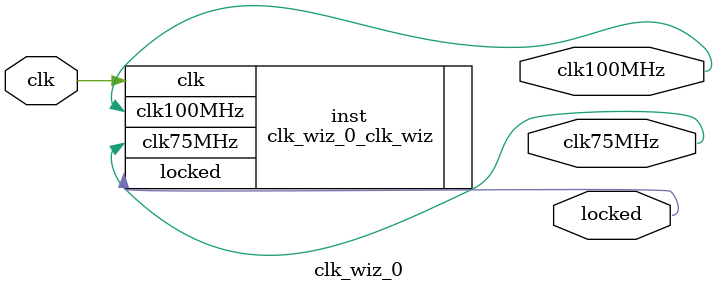
<source format=v>


`timescale 1ps/1ps

(* CORE_GENERATION_INFO = "clk_wiz_0,clk_wiz_v6_0_13_0_0,{component_name=clk_wiz_0,use_phase_alignment=true,use_min_o_jitter=false,use_max_i_jitter=false,use_dyn_phase_shift=false,use_inclk_switchover=false,use_dyn_reconfig=false,enable_axi=0,feedback_source=FDBK_AUTO,PRIMITIVE=MMCM,num_out_clk=2,clkin1_period=10.000,clkin2_period=10.000,use_power_down=false,use_reset=false,use_locked=true,use_inclk_stopped=false,feedback_type=SINGLE,CLOCK_MGR_TYPE=NA,manual_override=false}" *)

module clk_wiz_0 
 (
  // Clock out ports
  output        clk100MHz,
  output        clk75MHz,
  // Status and control signals
  output        locked,
 // Clock in ports
  input         clk
 );

  clk_wiz_0_clk_wiz inst
  (
  // Clock out ports  
  .clk100MHz(clk100MHz),
  .clk75MHz(clk75MHz),
  // Status and control signals               
  .locked(locked),
 // Clock in ports
  .clk(clk)
  );

endmodule

</source>
